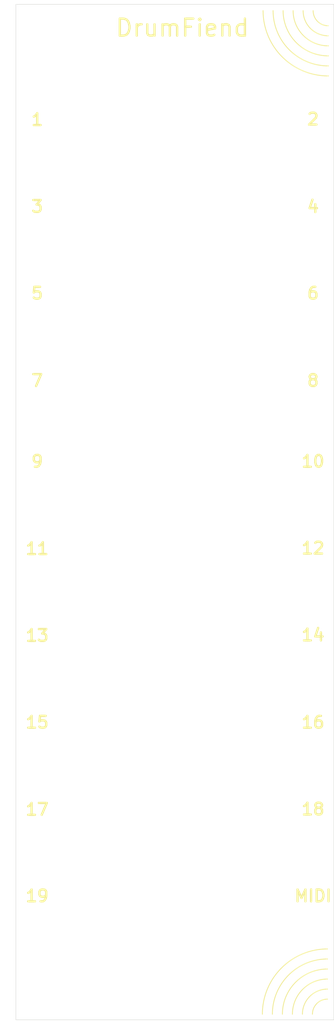
<source format=kicad_pcb>
(kicad_pcb (version 20171130) (host pcbnew "(5.1.4)-1")

  (general
    (thickness 1.6)
    (drawings 37)
    (tracks 0)
    (zones 0)
    (modules 42)
    (nets 1)
  )

  (page A4)
  (layers
    (0 F.Cu signal)
    (31 B.Cu signal)
    (32 B.Adhes user)
    (33 F.Adhes user)
    (34 B.Paste user)
    (35 F.Paste user)
    (36 B.SilkS user)
    (37 F.SilkS user)
    (38 B.Mask user)
    (39 F.Mask user)
    (40 Dwgs.User user)
    (41 Cmts.User user)
    (42 Eco1.User user)
    (43 Eco2.User user)
    (44 Edge.Cuts user)
    (45 Margin user)
    (46 B.CrtYd user)
    (47 F.CrtYd user)
    (48 B.Fab user)
    (49 F.Fab user)
  )

  (setup
    (last_trace_width 0.25)
    (trace_clearance 0.2)
    (zone_clearance 0.508)
    (zone_45_only no)
    (trace_min 0.2)
    (via_size 0.8)
    (via_drill 0.4)
    (via_min_size 0.4)
    (via_min_drill 0.3)
    (uvia_size 0.3)
    (uvia_drill 0.1)
    (uvias_allowed no)
    (uvia_min_size 0.2)
    (uvia_min_drill 0.1)
    (edge_width 0.05)
    (segment_width 0.2)
    (pcb_text_width 0.3)
    (pcb_text_size 1.5 1.5)
    (mod_edge_width 0.12)
    (mod_text_size 1 1)
    (mod_text_width 0.15)
    (pad_size 6.4 3.2)
    (pad_drill 6.4)
    (pad_to_mask_clearance 0.051)
    (solder_mask_min_width 0.25)
    (aux_axis_origin 0 0)
    (visible_elements 7FFFFFFF)
    (pcbplotparams
      (layerselection 0x010fc_ffffffff)
      (usegerberextensions false)
      (usegerberattributes true)
      (usegerberadvancedattributes false)
      (creategerberjobfile false)
      (excludeedgelayer true)
      (linewidth 0.100000)
      (plotframeref false)
      (viasonmask false)
      (mode 1)
      (useauxorigin false)
      (hpglpennumber 1)
      (hpglpenspeed 20)
      (hpglpendiameter 15.000000)
      (psnegative false)
      (psa4output false)
      (plotreference true)
      (plotvalue true)
      (plotinvisibletext false)
      (padsonsilk false)
      (subtractmaskfromsilk false)
      (outputformat 1)
      (mirror false)
      (drillshape 0)
      (scaleselection 1)
      (outputdirectory "impact-panel/"))
  )

  (net 0 "")

  (net_class Default "This is the default net class."
    (clearance 0.2)
    (trace_width 0.25)
    (via_dia 0.8)
    (via_drill 0.4)
    (uvia_dia 0.3)
    (uvia_drill 0.1)
  )

  (net_class Power ""
    (clearance 0.2)
    (trace_width 0.5)
    (via_dia 0.8)
    (via_drill 0.4)
    (uvia_dia 0.3)
    (uvia_drill 0.1)
  )

  (module MountingHole:MountingHole_3mm (layer F.Cu) (tedit 60E0C794) (tstamp 60E16691)
    (at -15.875 40.0685)
    (descr "Mounting Hole 3mm, no annular")
    (tags "mounting hole 3mm no annular")
    (attr virtual)
    (fp_text reference REF** (at 0 -4) (layer F.SilkS) hide
      (effects (font (size 1 1) (thickness 0.15)))
    )
    (fp_text value MountingHole_3mm (at 0 4) (layer F.Fab)
      (effects (font (size 1 1) (thickness 0.15)))
    )
    (fp_text user %R (at 0.3 0) (layer F.Fab)
      (effects (font (size 1 1) (thickness 0.15)))
    )
    (fp_circle (center 0 0) (end 3 0) (layer Cmts.User) (width 0.15))
    (fp_circle (center 0 0) (end 3.25 0) (layer F.CrtYd) (width 0.05))
    (pad "" np_thru_hole circle (at 0 0) (size 3.1 3.1) (drill 3.1) (layers *.Cu *.Mask))
  )

  (module MountingHole:MountingHole_3mm (layer F.Cu) (tedit 60E0C786) (tstamp 60E166F3)
    (at -31.3055 51.435)
    (descr "Mounting Hole 3mm, no annular")
    (tags "mounting hole 3mm no annular")
    (attr virtual)
    (fp_text reference REF** (at 0 -4) (layer F.SilkS) hide
      (effects (font (size 1 1) (thickness 0.15)))
    )
    (fp_text value MountingHole_3mm (at 0 4) (layer F.Fab)
      (effects (font (size 1 1) (thickness 0.15)))
    )
    (fp_text user %R (at 0.3 0) (layer F.Fab)
      (effects (font (size 1 1) (thickness 0.15)))
    )
    (fp_circle (center 0 0) (end 3 0) (layer Cmts.User) (width 0.15))
    (fp_circle (center 0 0) (end 3.25 0) (layer F.CrtYd) (width 0.05))
    (pad "" np_thru_hole circle (at 0 0) (size 3.1 3.1) (drill 3.1) (layers *.Cu *.Mask))
  )

  (module MountingHole:MountingHole_3.2mm_M3 (layer F.Cu) (tedit 5F1D8352) (tstamp 60E1827E)
    (at -30.6705 133.5913 180)
    (descr "Mounting Hole 3.2mm, no annular, M3")
    (tags "mounting hole 3.2mm no annular m3")
    (attr virtual)
    (fp_text reference REF** (at 0 -4.2) (layer F.SilkS) hide
      (effects (font (size 1 1) (thickness 0.15)))
    )
    (fp_text value MountingHole_3.2mm_M3 (at 0 4.2) (layer F.Fab)
      (effects (font (size 1 1) (thickness 0.15)))
    )
    (fp_text user %R (at 0.3 0) (layer F.Fab)
      (effects (font (size 1 1) (thickness 0.15)))
    )
    (fp_circle (center 0 0) (end 3.2 0) (layer Cmts.User) (width 0.15))
    (fp_circle (center 0 0) (end 3.45 0) (layer F.CrtYd) (width 0.05))
    (pad "" np_thru_hole oval (at 0 0 180) (size 6.4 3.2) (drill oval 6.4 3.2) (layers *.Cu *.Mask))
  )

  (module MountingHole:MountingHole_3.2mm_M3 (layer F.Cu) (tedit 60E0D9BC) (tstamp 60E18232)
    (at -30.607 10.9347)
    (descr "Mounting Hole 3.2mm, no annular, M3")
    (tags "mounting hole 3.2mm no annular m3")
    (attr virtual)
    (fp_text reference REF** (at 0 -4.2) (layer F.SilkS) hide
      (effects (font (size 1 1) (thickness 0.15)))
    )
    (fp_text value MountingHole_3.2mm_M3 (at 0 4.2) (layer F.Fab)
      (effects (font (size 1 1) (thickness 0.15)))
    )
    (fp_circle (center 0 0) (end 3.45 0) (layer F.CrtYd) (width 0.05))
    (fp_circle (center 0 0) (end 3.2 0) (layer Cmts.User) (width 0.15))
    (fp_text user %R (at 0.3 0) (layer F.Fab)
      (effects (font (size 1 1) (thickness 0.15)))
    )
    (pad "" np_thru_hole oval (at 0 0) (size 6.4 3.2) (drill oval 6.4 3.2) (layers *.Cu *.Mask))
  )

  (module MountingHole:MountingHole_3mm (layer F.Cu) (tedit 60E0C735) (tstamp 60E16A73)
    (at -15.9385 116.2685)
    (descr "Mounting Hole 3mm, no annular")
    (tags "mounting hole 3mm no annular")
    (attr virtual)
    (fp_text reference REF** (at 0 -4) (layer F.SilkS) hide
      (effects (font (size 1 1) (thickness 0.15)))
    )
    (fp_text value MountingHole_3mm (at 0 4) (layer F.Fab)
      (effects (font (size 1 1) (thickness 0.15)))
    )
    (fp_circle (center 0 0) (end 3.25 0) (layer F.CrtYd) (width 0.05))
    (fp_circle (center 0 0) (end 3 0) (layer Cmts.User) (width 0.15))
    (fp_text user %R (at 0.3 0) (layer F.Fab)
      (effects (font (size 1 1) (thickness 0.15)))
    )
    (pad "" np_thru_hole circle (at 0 0) (size 3.1 3.1) (drill 3.1) (layers *.Cu *.Mask))
  )

  (module MountingHole:MountingHole_3mm (layer F.Cu) (tedit 60E0C73F) (tstamp 60E16A6C)
    (at -31.3055 116.2685)
    (descr "Mounting Hole 3mm, no annular")
    (tags "mounting hole 3mm no annular")
    (attr virtual)
    (fp_text reference REF** (at 0 -4) (layer F.SilkS) hide
      (effects (font (size 1 1) (thickness 0.15)))
    )
    (fp_text value MountingHole_3mm (at 0 4) (layer F.Fab)
      (effects (font (size 1 1) (thickness 0.15)))
    )
    (fp_text user %R (at 0.3 0) (layer F.Fab)
      (effects (font (size 1 1) (thickness 0.15)))
    )
    (fp_circle (center 0 0) (end 3 0) (layer Cmts.User) (width 0.15))
    (fp_circle (center 0 0) (end 3.25 0) (layer F.CrtYd) (width 0.05))
    (pad "" np_thru_hole circle (at 0 0) (size 3.1 3.1) (drill 3.1) (layers *.Cu *.Mask))
  )

  (module MountingHole:MountingHole_3.2mm_M3 (layer F.Cu) (tedit 5EE4C5D0) (tstamp 60E16A65)
    (at -24.765 120.8405)
    (descr "Mounting Hole 3.2mm, no annular, M3")
    (tags "mounting hole 3.2mm no annular m3")
    (attr virtual)
    (fp_text reference REF** (at 0 -4.2) (layer F.SilkS) hide
      (effects (font (size 1 1) (thickness 0.15)))
    )
    (fp_text value MountingHole_3.2mm_M3 (at 0 4.2) (layer F.Fab)
      (effects (font (size 1 1) (thickness 0.15)))
    )
    (fp_text user %R (at 0.3 0) (layer F.Fab)
      (effects (font (size 1 1) (thickness 0.15)))
    )
    (fp_circle (center 0 0) (end 3.2 0) (layer Cmts.User) (width 0.15))
    (fp_circle (center 0 0) (end 3.45 0) (layer F.CrtYd) (width 0.05))
    (pad "" np_thru_hole circle (at 0 0) (size 6.1 6.1) (drill 6.1) (layers *.Cu *.Mask))
  )

  (module MountingHole:MountingHole_3.2mm_M3 (layer F.Cu) (tedit 5EE4C5D0) (tstamp 60E16A5E)
    (at -9.398 120.8405)
    (descr "Mounting Hole 3.2mm, no annular, M3")
    (tags "mounting hole 3.2mm no annular m3")
    (attr virtual)
    (fp_text reference REF** (at 0 -4.2) (layer F.SilkS) hide
      (effects (font (size 1 1) (thickness 0.15)))
    )
    (fp_text value MountingHole_3.2mm_M3 (at 0 4.2) (layer F.Fab)
      (effects (font (size 1 1) (thickness 0.15)))
    )
    (fp_circle (center 0 0) (end 3.45 0) (layer F.CrtYd) (width 0.05))
    (fp_circle (center 0 0) (end 3.2 0) (layer Cmts.User) (width 0.15))
    (fp_text user %R (at 0.3 0) (layer F.Fab)
      (effects (font (size 1 1) (thickness 0.15)))
    )
    (pad "" np_thru_hole circle (at 0 0) (size 6.1 6.1) (drill 6.1) (layers *.Cu *.Mask))
  )

  (module MountingHole:MountingHole_3mm (layer F.Cu) (tedit 60E0C748) (tstamp 60E169E7)
    (at -31.242 105.3465)
    (descr "Mounting Hole 3mm, no annular")
    (tags "mounting hole 3mm no annular")
    (attr virtual)
    (fp_text reference REF** (at 0 -4) (layer F.SilkS) hide
      (effects (font (size 1 1) (thickness 0.15)))
    )
    (fp_text value MountingHole_3mm (at 0 4) (layer F.Fab)
      (effects (font (size 1 1) (thickness 0.15)))
    )
    (fp_circle (center 0 0) (end 3.25 0) (layer F.CrtYd) (width 0.05))
    (fp_circle (center 0 0) (end 3 0) (layer Cmts.User) (width 0.15))
    (fp_text user %R (at 0.3 0) (layer F.Fab)
      (effects (font (size 1 1) (thickness 0.15)))
    )
    (pad "" np_thru_hole circle (at 0 0) (size 3.1 3.1) (drill 3.1) (layers *.Cu *.Mask))
  )

  (module MountingHole:MountingHole_3.2mm_M3 (layer F.Cu) (tedit 5EE4C5D0) (tstamp 60E169E0)
    (at -9.398 109.855)
    (descr "Mounting Hole 3.2mm, no annular, M3")
    (tags "mounting hole 3.2mm no annular m3")
    (attr virtual)
    (fp_text reference REF** (at 0 -4.2) (layer F.SilkS) hide
      (effects (font (size 1 1) (thickness 0.15)))
    )
    (fp_text value MountingHole_3.2mm_M3 (at 0 4.2) (layer F.Fab)
      (effects (font (size 1 1) (thickness 0.15)))
    )
    (fp_text user %R (at 0.3 0) (layer F.Fab)
      (effects (font (size 1 1) (thickness 0.15)))
    )
    (fp_circle (center 0 0) (end 3.2 0) (layer Cmts.User) (width 0.15))
    (fp_circle (center 0 0) (end 3.45 0) (layer F.CrtYd) (width 0.05))
    (pad "" np_thru_hole circle (at 0 0) (size 6.1 6.1) (drill 6.1) (layers *.Cu *.Mask))
  )

  (module MountingHole:MountingHole_3.2mm_M3 (layer F.Cu) (tedit 5EE4C5D0) (tstamp 60E169D9)
    (at -24.765 109.855)
    (descr "Mounting Hole 3.2mm, no annular, M3")
    (tags "mounting hole 3.2mm no annular m3")
    (attr virtual)
    (fp_text reference REF** (at 0 -4.2) (layer F.SilkS) hide
      (effects (font (size 1 1) (thickness 0.15)))
    )
    (fp_text value MountingHole_3.2mm_M3 (at 0 4.2) (layer F.Fab)
      (effects (font (size 1 1) (thickness 0.15)))
    )
    (fp_circle (center 0 0) (end 3.45 0) (layer F.CrtYd) (width 0.05))
    (fp_circle (center 0 0) (end 3.2 0) (layer Cmts.User) (width 0.15))
    (fp_text user %R (at 0.3 0) (layer F.Fab)
      (effects (font (size 1 1) (thickness 0.15)))
    )
    (pad "" np_thru_hole circle (at 0 0) (size 6.1 6.1) (drill 6.1) (layers *.Cu *.Mask))
  )

  (module MountingHole:MountingHole_3mm (layer F.Cu) (tedit 60E0C74E) (tstamp 60E169D2)
    (at -15.875 105.3465)
    (descr "Mounting Hole 3mm, no annular")
    (tags "mounting hole 3mm no annular")
    (attr virtual)
    (fp_text reference REF** (at 0 -4) (layer F.SilkS) hide
      (effects (font (size 1 1) (thickness 0.15)))
    )
    (fp_text value MountingHole_3mm (at 0 4) (layer F.Fab)
      (effects (font (size 1 1) (thickness 0.15)))
    )
    (fp_text user %R (at 0.3 0) (layer F.Fab)
      (effects (font (size 1 1) (thickness 0.15)))
    )
    (fp_circle (center 0 0) (end 3 0) (layer Cmts.User) (width 0.15))
    (fp_circle (center 0 0) (end 3.25 0) (layer F.CrtYd) (width 0.05))
    (pad "" np_thru_hole circle (at 0 0) (size 3.1 3.1) (drill 3.1) (layers *.Cu *.Mask))
  )

  (module MountingHole:MountingHole_3mm (layer F.Cu) (tedit 60E0C753) (tstamp 60E16897)
    (at -15.9385 94.361)
    (descr "Mounting Hole 3mm, no annular")
    (tags "mounting hole 3mm no annular")
    (attr virtual)
    (fp_text reference REF** (at 0 -4) (layer F.SilkS) hide
      (effects (font (size 1 1) (thickness 0.15)))
    )
    (fp_text value MountingHole_3mm (at 0 4) (layer F.Fab)
      (effects (font (size 1 1) (thickness 0.15)))
    )
    (fp_circle (center 0 0) (end 3.25 0) (layer F.CrtYd) (width 0.05))
    (fp_circle (center 0 0) (end 3 0) (layer Cmts.User) (width 0.15))
    (fp_text user %R (at 0.3 0) (layer F.Fab)
      (effects (font (size 1 1) (thickness 0.15)))
    )
    (pad "" np_thru_hole circle (at 0 0) (size 3.1 3.1) (drill 3.1) (layers *.Cu *.Mask))
  )

  (module MountingHole:MountingHole_3.2mm_M3 (layer F.Cu) (tedit 5EE4C5D0) (tstamp 60E16890)
    (at -9.398 98.8695)
    (descr "Mounting Hole 3.2mm, no annular, M3")
    (tags "mounting hole 3.2mm no annular m3")
    (attr virtual)
    (fp_text reference REF** (at 0 -4.2) (layer F.SilkS) hide
      (effects (font (size 1 1) (thickness 0.15)))
    )
    (fp_text value MountingHole_3.2mm_M3 (at 0 4.2) (layer F.Fab)
      (effects (font (size 1 1) (thickness 0.15)))
    )
    (fp_circle (center 0 0) (end 3.45 0) (layer F.CrtYd) (width 0.05))
    (fp_circle (center 0 0) (end 3.2 0) (layer Cmts.User) (width 0.15))
    (fp_text user %R (at 0.3 0) (layer F.Fab)
      (effects (font (size 1 1) (thickness 0.15)))
    )
    (pad "" np_thru_hole circle (at 0 0) (size 6.1 6.1) (drill 6.1) (layers *.Cu *.Mask))
  )

  (module MountingHole:MountingHole_3mm (layer F.Cu) (tedit 60E0C759) (tstamp 60E16889)
    (at -31.3055 94.361)
    (descr "Mounting Hole 3mm, no annular")
    (tags "mounting hole 3mm no annular")
    (attr virtual)
    (fp_text reference REF** (at 0 -4) (layer F.SilkS) hide
      (effects (font (size 1 1) (thickness 0.15)))
    )
    (fp_text value MountingHole_3mm (at 0 4) (layer F.Fab)
      (effects (font (size 1 1) (thickness 0.15)))
    )
    (fp_text user %R (at 0.3 0) (layer F.Fab)
      (effects (font (size 1 1) (thickness 0.15)))
    )
    (fp_circle (center 0 0) (end 3 0) (layer Cmts.User) (width 0.15))
    (fp_circle (center 0 0) (end 3.25 0) (layer F.CrtYd) (width 0.05))
    (pad "" np_thru_hole circle (at 0 0) (size 3.1 3.1) (drill 3.1) (layers *.Cu *.Mask))
  )

  (module MountingHole:MountingHole_3.2mm_M3 (layer F.Cu) (tedit 5EE4C5D0) (tstamp 60E16882)
    (at -24.765 98.8695)
    (descr "Mounting Hole 3.2mm, no annular, M3")
    (tags "mounting hole 3.2mm no annular m3")
    (attr virtual)
    (fp_text reference REF** (at 0 -4.2) (layer F.SilkS) hide
      (effects (font (size 1 1) (thickness 0.15)))
    )
    (fp_text value MountingHole_3.2mm_M3 (at 0 4.2) (layer F.Fab)
      (effects (font (size 1 1) (thickness 0.15)))
    )
    (fp_text user %R (at 0.3 0) (layer F.Fab)
      (effects (font (size 1 1) (thickness 0.15)))
    )
    (fp_circle (center 0 0) (end 3.2 0) (layer Cmts.User) (width 0.15))
    (fp_circle (center 0 0) (end 3.45 0) (layer F.CrtYd) (width 0.05))
    (pad "" np_thru_hole circle (at 0 0) (size 6.1 6.1) (drill 6.1) (layers *.Cu *.Mask))
  )

  (module MountingHole:MountingHole_3.2mm_M3 (layer F.Cu) (tedit 5EE4C5D0) (tstamp 60E16843)
    (at -24.765 87.884)
    (descr "Mounting Hole 3.2mm, no annular, M3")
    (tags "mounting hole 3.2mm no annular m3")
    (attr virtual)
    (fp_text reference REF** (at 0 -4.2) (layer F.SilkS) hide
      (effects (font (size 1 1) (thickness 0.15)))
    )
    (fp_text value MountingHole_3.2mm_M3 (at 0 4.2) (layer F.Fab)
      (effects (font (size 1 1) (thickness 0.15)))
    )
    (fp_circle (center 0 0) (end 3.45 0) (layer F.CrtYd) (width 0.05))
    (fp_circle (center 0 0) (end 3.2 0) (layer Cmts.User) (width 0.15))
    (fp_text user %R (at 0.3 0) (layer F.Fab)
      (effects (font (size 1 1) (thickness 0.15)))
    )
    (pad "" np_thru_hole circle (at 0 0) (size 6.1 6.1) (drill 6.1) (layers *.Cu *.Mask))
  )

  (module MountingHole:MountingHole_3mm (layer F.Cu) (tedit 60E0C75E) (tstamp 60E1683C)
    (at -31.3055 83.312)
    (descr "Mounting Hole 3mm, no annular")
    (tags "mounting hole 3mm no annular")
    (attr virtual)
    (fp_text reference REF** (at 0 -4) (layer F.SilkS) hide
      (effects (font (size 1 1) (thickness 0.15)))
    )
    (fp_text value MountingHole_3mm (at 0 4) (layer F.Fab)
      (effects (font (size 1 1) (thickness 0.15)))
    )
    (fp_circle (center 0 0) (end 3.25 0) (layer F.CrtYd) (width 0.05))
    (fp_circle (center 0 0) (end 3 0) (layer Cmts.User) (width 0.15))
    (fp_text user %R (at 0.3 0) (layer F.Fab)
      (effects (font (size 1 1) (thickness 0.15)))
    )
    (pad "" np_thru_hole circle (at 0 0) (size 3.1 3.1) (drill 3.1) (layers *.Cu *.Mask))
  )

  (module MountingHole:MountingHole_3mm (layer F.Cu) (tedit 60E0C764) (tstamp 60E16835)
    (at -15.9385 83.312)
    (descr "Mounting Hole 3mm, no annular")
    (tags "mounting hole 3mm no annular")
    (attr virtual)
    (fp_text reference REF** (at 0 -4) (layer F.SilkS) hide
      (effects (font (size 1 1) (thickness 0.15)))
    )
    (fp_text value MountingHole_3mm (at 0 4) (layer F.Fab)
      (effects (font (size 1 1) (thickness 0.15)))
    )
    (fp_text user %R (at 0.3 0) (layer F.Fab)
      (effects (font (size 1 1) (thickness 0.15)))
    )
    (fp_circle (center 0 0) (end 3 0) (layer Cmts.User) (width 0.15))
    (fp_circle (center 0 0) (end 3.25 0) (layer F.CrtYd) (width 0.05))
    (pad "" np_thru_hole circle (at 0 0) (size 3.1 3.1) (drill 3.1) (layers *.Cu *.Mask))
  )

  (module MountingHole:MountingHole_3.2mm_M3 (layer F.Cu) (tedit 5EE4C5D0) (tstamp 60E1682E)
    (at -9.398 87.8205)
    (descr "Mounting Hole 3.2mm, no annular, M3")
    (tags "mounting hole 3.2mm no annular m3")
    (attr virtual)
    (fp_text reference REF** (at 0 -4.2) (layer F.SilkS) hide
      (effects (font (size 1 1) (thickness 0.15)))
    )
    (fp_text value MountingHole_3.2mm_M3 (at 0 4.2) (layer F.Fab)
      (effects (font (size 1 1) (thickness 0.15)))
    )
    (fp_text user %R (at 0.3 0) (layer F.Fab)
      (effects (font (size 1 1) (thickness 0.15)))
    )
    (fp_circle (center 0 0) (end 3.2 0) (layer Cmts.User) (width 0.15))
    (fp_circle (center 0 0) (end 3.45 0) (layer F.CrtYd) (width 0.05))
    (pad "" np_thru_hole circle (at 0 0) (size 6.1 6.1) (drill 6.1) (layers *.Cu *.Mask))
  )

  (module MountingHole:MountingHole_3.2mm_M3 (layer F.Cu) (tedit 5EE4C5D0) (tstamp 60E167D3)
    (at -24.765 76.835)
    (descr "Mounting Hole 3.2mm, no annular, M3")
    (tags "mounting hole 3.2mm no annular m3")
    (attr virtual)
    (fp_text reference REF** (at 0 -4.2) (layer F.SilkS) hide
      (effects (font (size 1 1) (thickness 0.15)))
    )
    (fp_text value MountingHole_3.2mm_M3 (at 0 4.2) (layer F.Fab)
      (effects (font (size 1 1) (thickness 0.15)))
    )
    (fp_text user %R (at 0.3 0) (layer F.Fab)
      (effects (font (size 1 1) (thickness 0.15)))
    )
    (fp_circle (center 0 0) (end 3.2 0) (layer Cmts.User) (width 0.15))
    (fp_circle (center 0 0) (end 3.45 0) (layer F.CrtYd) (width 0.05))
    (pad "" np_thru_hole circle (at 0 0) (size 6.1 6.1) (drill 6.1) (layers *.Cu *.Mask))
  )

  (module MountingHole:MountingHole_3mm (layer F.Cu) (tedit 60E0C76E) (tstamp 60E167CC)
    (at -31.3055 72.3265)
    (descr "Mounting Hole 3mm, no annular")
    (tags "mounting hole 3mm no annular")
    (attr virtual)
    (fp_text reference REF** (at 0 -4) (layer F.SilkS) hide
      (effects (font (size 1 1) (thickness 0.15)))
    )
    (fp_text value MountingHole_3mm (at 0 4) (layer F.Fab)
      (effects (font (size 1 1) (thickness 0.15)))
    )
    (fp_text user %R (at 0.3 0) (layer F.Fab)
      (effects (font (size 1 1) (thickness 0.15)))
    )
    (fp_circle (center 0 0) (end 3 0) (layer Cmts.User) (width 0.15))
    (fp_circle (center 0 0) (end 3.25 0) (layer F.CrtYd) (width 0.05))
    (pad "" np_thru_hole circle (at 0 0) (size 3.1 3.1) (drill 3.1) (layers *.Cu *.Mask))
  )

  (module MountingHole:MountingHole_3mm (layer F.Cu) (tedit 60E0C769) (tstamp 60E167C5)
    (at -15.9385 72.3265)
    (descr "Mounting Hole 3mm, no annular")
    (tags "mounting hole 3mm no annular")
    (attr virtual)
    (fp_text reference REF** (at 0 -4) (layer F.SilkS) hide
      (effects (font (size 1 1) (thickness 0.15)))
    )
    (fp_text value MountingHole_3mm (at 0 4) (layer F.Fab)
      (effects (font (size 1 1) (thickness 0.15)))
    )
    (fp_circle (center 0 0) (end 3.25 0) (layer F.CrtYd) (width 0.05))
    (fp_circle (center 0 0) (end 3 0) (layer Cmts.User) (width 0.15))
    (fp_text user %R (at 0.3 0) (layer F.Fab)
      (effects (font (size 1 1) (thickness 0.15)))
    )
    (pad "" np_thru_hole circle (at 0 0) (size 3.1 3.1) (drill 3.1) (layers *.Cu *.Mask))
  )

  (module MountingHole:MountingHole_3.2mm_M3 (layer F.Cu) (tedit 5EE4C5D0) (tstamp 60E167BE)
    (at -9.398 76.835)
    (descr "Mounting Hole 3.2mm, no annular, M3")
    (tags "mounting hole 3.2mm no annular m3")
    (attr virtual)
    (fp_text reference REF** (at 0 -4.2) (layer F.SilkS) hide
      (effects (font (size 1 1) (thickness 0.15)))
    )
    (fp_text value MountingHole_3.2mm_M3 (at 0 4.2) (layer F.Fab)
      (effects (font (size 1 1) (thickness 0.15)))
    )
    (fp_circle (center 0 0) (end 3.45 0) (layer F.CrtYd) (width 0.05))
    (fp_circle (center 0 0) (end 3.2 0) (layer Cmts.User) (width 0.15))
    (fp_text user %R (at 0.3 0) (layer F.Fab)
      (effects (font (size 1 1) (thickness 0.15)))
    )
    (pad "" np_thru_hole circle (at 0 0) (size 6.1 6.1) (drill 6.1) (layers *.Cu *.Mask))
  )

  (module MountingHole:MountingHole_3.2mm_M3 (layer F.Cu) (tedit 5EE4C5D0) (tstamp 60E16747)
    (at -24.765 65.8495)
    (descr "Mounting Hole 3.2mm, no annular, M3")
    (tags "mounting hole 3.2mm no annular m3")
    (attr virtual)
    (fp_text reference REF** (at 0 -4.2) (layer F.SilkS) hide
      (effects (font (size 1 1) (thickness 0.15)))
    )
    (fp_text value MountingHole_3.2mm_M3 (at 0 4.2) (layer F.Fab)
      (effects (font (size 1 1) (thickness 0.15)))
    )
    (fp_circle (center 0 0) (end 3.45 0) (layer F.CrtYd) (width 0.05))
    (fp_circle (center 0 0) (end 3.2 0) (layer Cmts.User) (width 0.15))
    (fp_text user %R (at 0.3 0) (layer F.Fab)
      (effects (font (size 1 1) (thickness 0.15)))
    )
    (pad "" np_thru_hole circle (at 0 0) (size 6.1 6.1) (drill 6.1) (layers *.Cu *.Mask))
  )

  (module MountingHole:MountingHole_3mm (layer F.Cu) (tedit 60E0C774) (tstamp 60E16740)
    (at -31.369 61.2775)
    (descr "Mounting Hole 3mm, no annular")
    (tags "mounting hole 3mm no annular")
    (attr virtual)
    (fp_text reference REF** (at 0 -4) (layer F.SilkS) hide
      (effects (font (size 1 1) (thickness 0.15)))
    )
    (fp_text value MountingHole_3mm (at 0 4) (layer F.Fab)
      (effects (font (size 1 1) (thickness 0.15)))
    )
    (fp_circle (center 0 0) (end 3.25 0) (layer F.CrtYd) (width 0.05))
    (fp_circle (center 0 0) (end 3 0) (layer Cmts.User) (width 0.15))
    (fp_text user %R (at 0.3 0) (layer F.Fab)
      (effects (font (size 1 1) (thickness 0.15)))
    )
    (pad "" np_thru_hole circle (at 0 0) (size 3.1 3.1) (drill 3.1) (layers *.Cu *.Mask))
  )

  (module MountingHole:MountingHole_3mm (layer F.Cu) (tedit 60E0C77B) (tstamp 60E16739)
    (at -16.002 61.2775)
    (descr "Mounting Hole 3mm, no annular")
    (tags "mounting hole 3mm no annular")
    (attr virtual)
    (fp_text reference REF** (at 0 -4) (layer F.SilkS) hide
      (effects (font (size 1 1) (thickness 0.15)))
    )
    (fp_text value MountingHole_3mm (at 0 4) (layer F.Fab)
      (effects (font (size 1 1) (thickness 0.15)))
    )
    (fp_text user %R (at 0.3 0) (layer F.Fab)
      (effects (font (size 1 1) (thickness 0.15)))
    )
    (fp_circle (center 0 0) (end 3 0) (layer Cmts.User) (width 0.15))
    (fp_circle (center 0 0) (end 3.25 0) (layer F.CrtYd) (width 0.05))
    (pad "" np_thru_hole circle (at 0 0) (size 3.1 3.1) (drill 3.1) (layers *.Cu *.Mask))
  )

  (module MountingHole:MountingHole_3.2mm_M3 (layer F.Cu) (tedit 5EE4C5D0) (tstamp 60E16732)
    (at -9.398 65.8495)
    (descr "Mounting Hole 3.2mm, no annular, M3")
    (tags "mounting hole 3.2mm no annular m3")
    (attr virtual)
    (fp_text reference REF** (at 0 -4.2) (layer F.SilkS) hide
      (effects (font (size 1 1) (thickness 0.15)))
    )
    (fp_text value MountingHole_3.2mm_M3 (at 0 4.2) (layer F.Fab)
      (effects (font (size 1 1) (thickness 0.15)))
    )
    (fp_text user %R (at 0.3 0) (layer F.Fab)
      (effects (font (size 1 1) (thickness 0.15)))
    )
    (fp_circle (center 0 0) (end 3.2 0) (layer Cmts.User) (width 0.15))
    (fp_circle (center 0 0) (end 3.45 0) (layer F.CrtYd) (width 0.05))
    (pad "" np_thru_hole circle (at 0 0) (size 6.1 6.1) (drill 6.1) (layers *.Cu *.Mask))
  )

  (module MountingHole:MountingHole_3mm (layer F.Cu) (tedit 60E0C780) (tstamp 60E166EC)
    (at -15.9385 51.435)
    (descr "Mounting Hole 3mm, no annular")
    (tags "mounting hole 3mm no annular")
    (attr virtual)
    (fp_text reference REF** (at 0 -4) (layer F.SilkS) hide
      (effects (font (size 1 1) (thickness 0.15)))
    )
    (fp_text value MountingHole_3mm (at 0 4) (layer F.Fab)
      (effects (font (size 1 1) (thickness 0.15)))
    )
    (fp_circle (center 0 0) (end 3.25 0) (layer F.CrtYd) (width 0.05))
    (fp_circle (center 0 0) (end 3 0) (layer Cmts.User) (width 0.15))
    (fp_text user %R (at 0.3 0) (layer F.Fab)
      (effects (font (size 1 1) (thickness 0.15)))
    )
    (pad "" np_thru_hole circle (at 0 0) (size 3.1 3.1) (drill 3.1) (layers *.Cu *.Mask))
  )

  (module MountingHole:MountingHole_3.2mm_M3 (layer F.Cu) (tedit 5EE4C5D0) (tstamp 60E166E5)
    (at -9.398 55.5625)
    (descr "Mounting Hole 3.2mm, no annular, M3")
    (tags "mounting hole 3.2mm no annular m3")
    (attr virtual)
    (fp_text reference REF** (at 0 -4.2) (layer F.SilkS) hide
      (effects (font (size 1 1) (thickness 0.15)))
    )
    (fp_text value MountingHole_3.2mm_M3 (at 0 4.2) (layer F.Fab)
      (effects (font (size 1 1) (thickness 0.15)))
    )
    (fp_circle (center 0 0) (end 3.45 0) (layer F.CrtYd) (width 0.05))
    (fp_circle (center 0 0) (end 3.2 0) (layer Cmts.User) (width 0.15))
    (fp_text user %R (at 0.3 0) (layer F.Fab)
      (effects (font (size 1 1) (thickness 0.15)))
    )
    (pad "" np_thru_hole circle (at 0 0) (size 6.1 6.1) (drill 6.1) (layers *.Cu *.Mask))
  )

  (module MountingHole:MountingHole_3.2mm_M3 (layer F.Cu) (tedit 5EE4C5D0) (tstamp 60E166DE)
    (at -24.765 55.5625)
    (descr "Mounting Hole 3.2mm, no annular, M3")
    (tags "mounting hole 3.2mm no annular m3")
    (attr virtual)
    (fp_text reference REF** (at 0 -4.2) (layer F.SilkS) hide
      (effects (font (size 1 1) (thickness 0.15)))
    )
    (fp_text value MountingHole_3.2mm_M3 (at 0 4.2) (layer F.Fab)
      (effects (font (size 1 1) (thickness 0.15)))
    )
    (fp_text user %R (at 0.3 0) (layer F.Fab)
      (effects (font (size 1 1) (thickness 0.15)))
    )
    (fp_circle (center 0 0) (end 3.2 0) (layer Cmts.User) (width 0.15))
    (fp_circle (center 0 0) (end 3.45 0) (layer F.CrtYd) (width 0.05))
    (pad "" np_thru_hole circle (at 0 0) (size 6.1 6.1) (drill 6.1) (layers *.Cu *.Mask))
  )

  (module MountingHole:MountingHole_3mm (layer F.Cu) (tedit 60E0C78E) (tstamp 60E1669F)
    (at -31.1785 40.005)
    (descr "Mounting Hole 3mm, no annular")
    (tags "mounting hole 3mm no annular")
    (attr virtual)
    (fp_text reference REF** (at 0 -4) (layer F.SilkS) hide
      (effects (font (size 1 1) (thickness 0.15)))
    )
    (fp_text value MountingHole_3mm (at 0 4) (layer F.Fab)
      (effects (font (size 1 1) (thickness 0.15)))
    )
    (fp_circle (center 0 0) (end 3.25 0) (layer F.CrtYd) (width 0.05))
    (fp_circle (center 0 0) (end 3 0) (layer Cmts.User) (width 0.15))
    (fp_text user %R (at 0.3 0) (layer F.Fab)
      (effects (font (size 1 1) (thickness 0.15)))
    )
    (pad "" np_thru_hole circle (at 0 0) (size 3.1 3.1) (drill 3.1) (layers *.Cu *.Mask))
  )

  (module MountingHole:MountingHole_3.2mm_M3 (layer F.Cu) (tedit 5EE4C5D0) (tstamp 60E16698)
    (at -9.3345 44.577)
    (descr "Mounting Hole 3.2mm, no annular, M3")
    (tags "mounting hole 3.2mm no annular m3")
    (attr virtual)
    (fp_text reference REF** (at 0 -4.2) (layer F.SilkS) hide
      (effects (font (size 1 1) (thickness 0.15)))
    )
    (fp_text value MountingHole_3.2mm_M3 (at 0 4.2) (layer F.Fab)
      (effects (font (size 1 1) (thickness 0.15)))
    )
    (fp_text user %R (at 0.3 0) (layer F.Fab)
      (effects (font (size 1 1) (thickness 0.15)))
    )
    (fp_circle (center 0 0) (end 3.2 0) (layer Cmts.User) (width 0.15))
    (fp_circle (center 0 0) (end 3.45 0) (layer F.CrtYd) (width 0.05))
    (pad "" np_thru_hole circle (at 0 0) (size 6.1 6.1) (drill 6.1) (layers *.Cu *.Mask))
  )

  (module MountingHole:MountingHole_3.2mm_M3 (layer F.Cu) (tedit 5EE4C5D0) (tstamp 60E1668A)
    (at -24.7015 44.577)
    (descr "Mounting Hole 3.2mm, no annular, M3")
    (tags "mounting hole 3.2mm no annular m3")
    (attr virtual)
    (fp_text reference REF** (at 0 -4.2) (layer F.SilkS) hide
      (effects (font (size 1 1) (thickness 0.15)))
    )
    (fp_text value MountingHole_3.2mm_M3 (at 0 4.2) (layer F.Fab)
      (effects (font (size 1 1) (thickness 0.15)))
    )
    (fp_circle (center 0 0) (end 3.45 0) (layer F.CrtYd) (width 0.05))
    (fp_circle (center 0 0) (end 3.2 0) (layer Cmts.User) (width 0.15))
    (fp_text user %R (at 0.3 0) (layer F.Fab)
      (effects (font (size 1 1) (thickness 0.15)))
    )
    (pad "" np_thru_hole circle (at 0 0) (size 6.1 6.1) (drill 6.1) (layers *.Cu *.Mask))
  )

  (module MountingHole:MountingHole_3mm (layer F.Cu) (tedit 60E0C7A0) (tstamp 60E165BF)
    (at -31.1785 29.591)
    (descr "Mounting Hole 3mm, no annular")
    (tags "mounting hole 3mm no annular")
    (attr virtual)
    (fp_text reference REF** (at 0 -4) (layer F.SilkS) hide
      (effects (font (size 1 1) (thickness 0.15)))
    )
    (fp_text value MountingHole_3mm (at 0 4) (layer F.Fab)
      (effects (font (size 1 1) (thickness 0.15)))
    )
    (fp_text user %R (at 0.3 0) (layer F.Fab)
      (effects (font (size 1 1) (thickness 0.15)))
    )
    (fp_circle (center 0 0) (end 3 0) (layer Cmts.User) (width 0.15))
    (fp_circle (center 0 0) (end 3.25 0) (layer F.CrtYd) (width 0.05))
    (pad "" np_thru_hole circle (at 0 0) (size 3.1 3.1) (drill 3.1) (layers *.Cu *.Mask))
  )

  (module MountingHole:MountingHole_3mm (layer F.Cu) (tedit 60E0C79A) (tstamp 60E165B8)
    (at -15.8115 29.591)
    (descr "Mounting Hole 3mm, no annular")
    (tags "mounting hole 3mm no annular")
    (attr virtual)
    (fp_text reference REF** (at 0 -4) (layer F.SilkS) hide
      (effects (font (size 1 1) (thickness 0.15)))
    )
    (fp_text value MountingHole_3mm (at 0 4) (layer F.Fab)
      (effects (font (size 1 1) (thickness 0.15)))
    )
    (fp_circle (center 0 0) (end 3.25 0) (layer F.CrtYd) (width 0.05))
    (fp_circle (center 0 0) (end 3 0) (layer Cmts.User) (width 0.15))
    (fp_text user %R (at 0.3 0) (layer F.Fab)
      (effects (font (size 1 1) (thickness 0.15)))
    )
    (pad "" np_thru_hole circle (at 0 0) (size 3.1 3.1) (drill 3.1) (layers *.Cu *.Mask))
  )

  (module MountingHole:MountingHole_3.2mm_M3 (layer F.Cu) (tedit 5EE4C5D0) (tstamp 60E165B1)
    (at -9.3345 33.655)
    (descr "Mounting Hole 3.2mm, no annular, M3")
    (tags "mounting hole 3.2mm no annular m3")
    (attr virtual)
    (fp_text reference REF** (at 0 -4.2) (layer F.SilkS) hide
      (effects (font (size 1 1) (thickness 0.15)))
    )
    (fp_text value MountingHole_3.2mm_M3 (at 0 4.2) (layer F.Fab)
      (effects (font (size 1 1) (thickness 0.15)))
    )
    (fp_circle (center 0 0) (end 3.45 0) (layer F.CrtYd) (width 0.05))
    (fp_circle (center 0 0) (end 3.2 0) (layer Cmts.User) (width 0.15))
    (fp_text user %R (at 0.3 0) (layer F.Fab)
      (effects (font (size 1 1) (thickness 0.15)))
    )
    (pad "" np_thru_hole circle (at 0 0) (size 6.1 6.1) (drill 6.1) (layers *.Cu *.Mask))
  )

  (module MountingHole:MountingHole_3.2mm_M3 (layer F.Cu) (tedit 5EE4C5D0) (tstamp 60E165AA)
    (at -24.7015 33.5153)
    (descr "Mounting Hole 3.2mm, no annular, M3")
    (tags "mounting hole 3.2mm no annular m3")
    (attr virtual)
    (fp_text reference REF** (at 0 -4.2) (layer F.SilkS) hide
      (effects (font (size 1 1) (thickness 0.15)))
    )
    (fp_text value MountingHole_3.2mm_M3 (at 0 4.2) (layer F.Fab)
      (effects (font (size 1 1) (thickness 0.15)))
    )
    (fp_text user %R (at 0.3 0) (layer F.Fab)
      (effects (font (size 1 1) (thickness 0.15)))
    )
    (fp_circle (center 0 0) (end 3.2 0) (layer Cmts.User) (width 0.15))
    (fp_circle (center 0 0) (end 3.45 0) (layer F.CrtYd) (width 0.05))
    (pad "" np_thru_hole circle (at 0 0) (size 6.1 6.1) (drill 6.1) (layers *.Cu *.Mask))
  )

  (module MountingHole:MountingHole_3.2mm_M3 (layer F.Cu) (tedit 5EE4C5D0) (tstamp 60E163C3)
    (at -9.398 22.733)
    (descr "Mounting Hole 3.2mm, no annular, M3")
    (tags "mounting hole 3.2mm no annular m3")
    (attr virtual)
    (fp_text reference REF** (at 0 -4.2) (layer F.SilkS) hide
      (effects (font (size 1 1) (thickness 0.15)))
    )
    (fp_text value MountingHole_3.2mm_M3 (at 0 4.2) (layer F.Fab)
      (effects (font (size 1 1) (thickness 0.15)))
    )
    (fp_text user %R (at 0.3 0) (layer F.Fab)
      (effects (font (size 1 1) (thickness 0.15)))
    )
    (fp_circle (center 0 0) (end 3.2 0) (layer Cmts.User) (width 0.15))
    (fp_circle (center 0 0) (end 3.45 0) (layer F.CrtYd) (width 0.05))
    (pad "" np_thru_hole circle (at 0 0) (size 6.1 6.1) (drill 6.1) (layers *.Cu *.Mask))
  )

  (module MountingHole:MountingHole_3.2mm_M3 (layer F.Cu) (tedit 5EE4C5D0) (tstamp 60E1603F)
    (at -24.765 22.5933)
    (descr "Mounting Hole 3.2mm, no annular, M3")
    (tags "mounting hole 3.2mm no annular m3")
    (attr virtual)
    (fp_text reference REF** (at 0 -4.2) (layer F.SilkS) hide
      (effects (font (size 1 1) (thickness 0.15)))
    )
    (fp_text value MountingHole_3.2mm_M3 (at 0 4.2) (layer F.Fab)
      (effects (font (size 1 1) (thickness 0.15)))
    )
    (fp_circle (center 0 0) (end 3.45 0) (layer F.CrtYd) (width 0.05))
    (fp_circle (center 0 0) (end 3.2 0) (layer Cmts.User) (width 0.15))
    (fp_text user %R (at 0.3 0) (layer F.Fab)
      (effects (font (size 1 1) (thickness 0.15)))
    )
    (pad "" np_thru_hole circle (at 0 0) (size 6.1 6.1) (drill 6.1) (layers *.Cu *.Mask))
  )

  (module MountingHole:MountingHole_3mm (layer F.Cu) (tedit 60E0C7AB) (tstamp 60E15E63)
    (at -15.875 18.669)
    (descr "Mounting Hole 3mm, no annular")
    (tags "mounting hole 3mm no annular")
    (attr virtual)
    (fp_text reference REF** (at 0 -4) (layer F.SilkS) hide
      (effects (font (size 1 1) (thickness 0.15)))
    )
    (fp_text value MountingHole_3mm (at 0 4) (layer F.Fab)
      (effects (font (size 1 1) (thickness 0.15)))
    )
    (fp_text user %R (at 0.3 0) (layer F.Fab)
      (effects (font (size 1 1) (thickness 0.15)))
    )
    (fp_circle (center 0 0) (end 3 0) (layer Cmts.User) (width 0.15))
    (fp_circle (center 0 0) (end 3.25 0) (layer F.CrtYd) (width 0.05))
    (pad "" np_thru_hole circle (at 0 0) (size 3.1 3.1) (drill 3.1) (layers *.Cu *.Mask))
  )

  (module MountingHole:MountingHole_3mm (layer F.Cu) (tedit 60E0C7A5) (tstamp 60E15E08)
    (at -31.242 18.669)
    (descr "Mounting Hole 3mm, no annular")
    (tags "mounting hole 3mm no annular")
    (attr virtual)
    (fp_text reference REF** (at 0 -4) (layer F.SilkS) hide
      (effects (font (size 1 1) (thickness 0.15)))
    )
    (fp_text value MountingHole_3mm (at 0 4) (layer F.Fab)
      (effects (font (size 1 1) (thickness 0.15)))
    )
    (fp_circle (center 0 0) (end 3.25 0) (layer F.CrtYd) (width 0.05))
    (fp_circle (center 0 0) (end 3 0) (layer Cmts.User) (width 0.15))
    (fp_text user %R (at 0.3 0) (layer F.Fab)
      (effects (font (size 1 1) (thickness 0.15)))
    )
    (pad "" np_thru_hole circle (at 0 0) (size 3.1 3.1) (drill 3.1) (layers *.Cu *.Mask))
  )

  (gr_arc (start 1.3843 135.8011) (end 1.3843 130.0861) (angle -90) (layer F.SilkS) (width 0.12) (tstamp 60E1821A))
  (gr_arc (start 1.3843 135.8011) (end 1.3843 133.8961) (angle -90) (layer F.SilkS) (width 0.12) (tstamp 60E18219))
  (gr_arc (start 1.3843 135.8011) (end 1.3843 132.6261) (angle -90) (layer F.SilkS) (width 0.12) (tstamp 60E18218))
  (gr_arc (start 1.3843 135.8011) (end 1.3843 128.8161) (angle -90) (layer F.SilkS) (width 0.12) (tstamp 60E18217))
  (gr_arc (start 1.3843 135.8011) (end 1.3843 131.3561) (angle -90) (layer F.SilkS) (width 0.12) (tstamp 60E18214))
  (gr_arc (start 1.3843 135.8011) (end 1.3843 127.5461) (angle -90) (layer F.SilkS) (width 0.12) (tstamp 60E18213))
  (gr_arc (start 1.4732 8.8138) (end -4.2418 8.8138) (angle -90.28293982) (layer F.SilkS) (width 0.12) (tstamp 60E181FC))
  (gr_arc (start 1.4732 8.8138) (end -2.9718 8.8138) (angle -90.33214573) (layer F.SilkS) (width 0.12) (tstamp 60E181FB))
  (gr_arc (start 1.4732 8.8138) (end -5.5118 8.8138) (angle -90.21418883) (layer F.SilkS) (width 0.12) (tstamp 60E181FA))
  (gr_arc (start 1.4732 8.8138) (end -1.7018 8.8138) (angle -90) (layer F.SilkS) (width 0.12) (tstamp 60E181F8))
  (gr_arc (start 1.4732 8.8138) (end -0.4318 8.8138) (angle -90) (layer F.SilkS) (width 0.12) (tstamp 60E181F7))
  (gr_arc (start 1.4732 8.8138) (end -6.7818 8.8138) (angle -90.18632708) (layer F.SilkS) (width 0.12) (tstamp 60E181F6))
  (gr_text MIDI (at -0.4445 120.8405) (layer F.SilkS) (tstamp 60E1CCA1)
    (effects (font (size 1.5 1.5) (thickness 0.3)))
  )
  (gr_text 19 (at -35.433 120.8405) (layer F.SilkS) (tstamp 60E2F1F0)
    (effects (font (size 1.5 1.5) (thickness 0.3)))
  )
  (gr_text 18 (at -0.4445 109.855) (layer F.SilkS) (tstamp 60E2F1ED)
    (effects (font (size 1.5 1.5) (thickness 0.3)))
  )
  (gr_text 17 (at -35.433 109.8931) (layer F.SilkS) (tstamp 60E2F1EA)
    (effects (font (size 1.5 1.5) (thickness 0.3)))
  )
  (gr_text 16 (at -0.4445 98.8695) (layer F.SilkS) (tstamp 60E2F1E7)
    (effects (font (size 1.5 1.5) (thickness 0.3)))
  )
  (gr_text 15 (at -35.433 98.8695) (layer F.SilkS) (tstamp 60E2F1E4)
    (effects (font (size 1.5 1.5) (thickness 0.3)))
  )
  (gr_text 14 (at -0.4445 87.8205) (layer F.SilkS) (tstamp 60E2F1E1)
    (effects (font (size 1.5 1.5) (thickness 0.3)))
  )
  (gr_text 13 (at -35.433 87.884) (layer F.SilkS) (tstamp 60E2F1DE)
    (effects (font (size 1.5 1.5) (thickness 0.3)))
  )
  (gr_text 12 (at -0.4445 76.835) (layer F.SilkS) (tstamp 60E2F1DB)
    (effects (font (size 1.5 1.5) (thickness 0.3)))
  )
  (gr_text 11 (at -35.433 76.8985) (layer F.SilkS) (tstamp 60E2F1D8)
    (effects (font (size 1.5 1.5) (thickness 0.3)))
  )
  (gr_text 10 (at -0.4445 65.8495) (layer F.SilkS) (tstamp 60E2F1D5)
    (effects (font (size 1.5 1.5) (thickness 0.3)))
  )
  (gr_text 8 (at -0.4445 55.626) (layer F.SilkS) (tstamp 60E2F1D2)
    (effects (font (size 1.5 1.5) (thickness 0.3)))
  )
  (gr_text 9 (at -35.433 65.8495) (layer F.SilkS) (tstamp 60E2F1CF)
    (effects (font (size 1.5 1.5) (thickness 0.3)))
  )
  (gr_text 7 (at -35.433 55.626) (layer F.SilkS) (tstamp 60E1CC84)
    (effects (font (size 1.5 1.5) (thickness 0.3)))
  )
  (gr_text 6 (at -0.4445 44.577) (layer F.SilkS) (tstamp 60E2F1C9)
    (effects (font (size 1.5 1.5) (thickness 0.3)))
  )
  (gr_text 5 (at -35.433 44.577) (layer F.SilkS) (tstamp 60E2F1C6)
    (effects (font (size 1.5 1.5) (thickness 0.3)))
  )
  (gr_text 4 (at -0.4445 33.6169) (layer F.SilkS) (tstamp 60E2F1C3)
    (effects (font (size 1.5 1.5) (thickness 0.3)))
  )
  (gr_text 3 (at -35.433 33.5915) (layer F.SilkS) (tstamp 60E2F1C0)
    (effects (font (size 1.5 1.5) (thickness 0.3)))
  )
  (gr_text 2 (at -0.4445 22.5425) (layer F.SilkS) (tstamp 60E2F1BD)
    (effects (font (size 1.5 1.5) (thickness 0.3)))
  )
  (gr_text 1 (at -35.433 22.606) (layer F.SilkS)
    (effects (font (size 1.5 1.5) (thickness 0.3)))
  )
  (gr_text DrumFiend (at -17.018 10.9855) (layer F.SilkS)
    (effects (font (size 2.15 2.15) (thickness 0.3)))
  )
  (gr_line (start -38.1381 136.5123) (end 2.1971 136.5123) (layer Edge.Cuts) (width 0.05) (tstamp 60E2DAA4))
  (gr_line (start -38.1381 8.0137) (end -38.1381 136.5123) (layer Edge.Cuts) (width 0.05) (tstamp 60E2DA9F))
  (gr_line (start 2.1971 136.5123) (end 2.1971 8.0137) (layer Edge.Cuts) (width 0.05) (tstamp 60E2DA98))
  (gr_line (start -38.1381 8.0137) (end 2.1971 8.0137) (layer Edge.Cuts) (width 0.05) (tstamp 60E2DA94))

)

</source>
